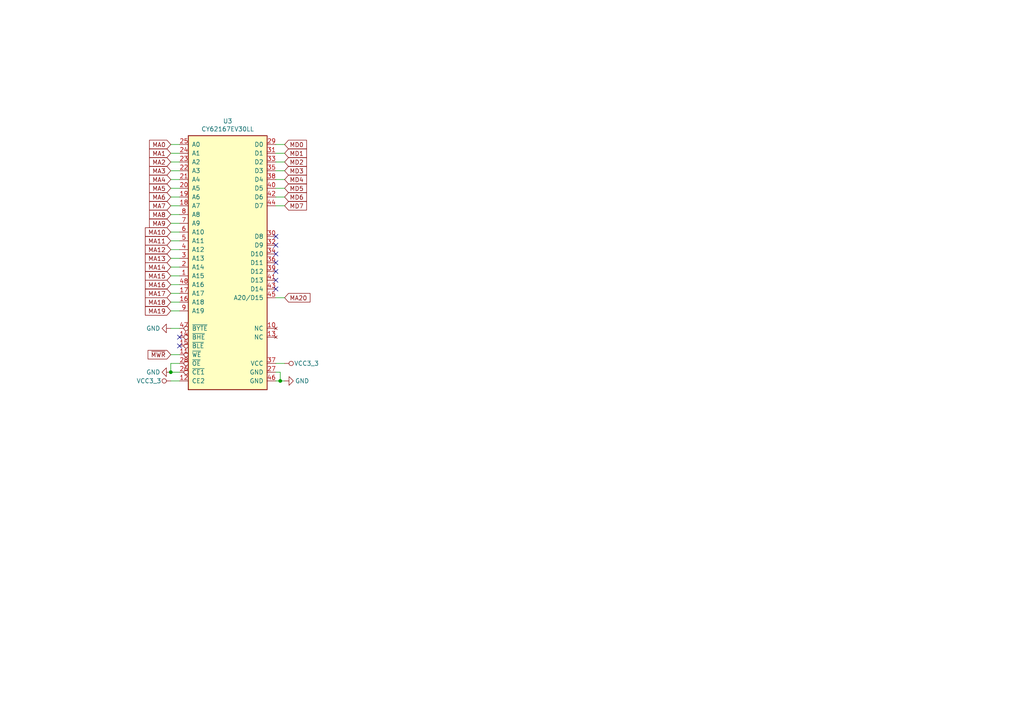
<source format=kicad_sch>
(kicad_sch (version 20250114) (generator "eeschema") (generator_version "9.0")
  (paper "A4")
  (title_block (title "Karabas Pro") (date "2025-10-10") (rev "F a3"))
  (lib_symbols
    (symbol "power:GND" (power) (pin_names (offset 0))
      (property "Value" "GND" (at 0 -3.81 0))
      (symbol "GND_0_1"
        (polyline (pts (xy 0 0) (xy 0 -1.27) (xy 1.27 -1.27) (xy 0 -2.54) (xy -1.27 -1.27) (xy 0 -1.27)))
      )
      (symbol "GND_1_1"
        (pin power_in line (at 0 0 270) (length 0) (hide yes) (name "GND") (number "1"))
      )
    )
    (symbol "retro:CY62167ELL" (pin_names (offset 1.016))
      (property "Reference" "U" (at -10.16 35.56 0))
      (property "Value" "CY62167ELL" (at 5.08 35.56 0))
      (symbol "CY62167ELL_0_1"
        (rectangle (start -11.43 34.29) (end 11.43 -39.37) (stroke (width 0.254)) (fill (type background)))
      )
      (symbol "CY62167ELL_1_1"
        (pin bidirectional line (at -13.97 31.75 0) (length 2.54) (name "A0") (number "25"))
        (pin bidirectional line (at -13.97 29.21 0) (length 2.54) (name "A1") (number "24"))
        (pin bidirectional line (at -13.97 26.67 0) (length 2.54) (name "A2") (number "23"))
        (pin bidirectional line (at -13.97 24.13 0) (length 2.54) (name "A3") (number "22"))
        (pin bidirectional line (at -13.97 21.59 0) (length 2.54) (name "A4") (number "21"))
        (pin bidirectional line (at -13.97 19.05 0) (length 2.54) (name "A5") (number "20"))
        (pin bidirectional line (at -13.97 16.51 0) (length 2.54) (name "A6") (number "19"))
        (pin bidirectional line (at -13.97 13.97 0) (length 2.54) (name "A7") (number "18"))
        (pin bidirectional line (at -13.97 11.43 0) (length 2.54) (name "A8") (number "8"))
        (pin bidirectional line (at -13.97 8.89 0) (length 2.54) (name "A9") (number "7"))
        (pin bidirectional line (at -13.97 6.35 0) (length 2.54) (name "A10") (number "6"))
        (pin bidirectional line (at -13.97 3.81 0) (length 2.54) (name "A11") (number "5"))
        (pin bidirectional line (at -13.97 1.27 0) (length 2.54) (name "A12") (number "4"))
        (pin bidirectional line (at -13.97 -1.27 0) (length 2.54) (name "A13") (number "3"))
        (pin bidirectional line (at -13.97 -3.81 0) (length 2.54) (name "A14") (number "2"))
        (pin bidirectional line (at -13.97 -6.35 0) (length 2.54) (name "A15") (number "1"))
        (pin bidirectional line (at -13.97 -8.89 0) (length 2.54) (name "A16") (number "48"))
        (pin bidirectional line (at -13.97 -11.43 0) (length 2.54) (name "A17") (number "17"))
        (pin bidirectional line (at -13.97 -13.97 0) (length 2.54) (name "A18") (number "16"))
        (pin bidirectional line (at -13.97 -16.51 0) (length 2.54) (name "A19") (number "9"))
        (pin input inverted (at -13.97 -21.59 0) (length 2.54) (name "~{BYTE}") (number "47"))
        (pin input inverted (at -13.97 -24.13 0) (length 2.54) (name "~{BHE}") (number "14"))
        (pin input inverted (at -13.97 -26.67 0) (length 2.54) (name "~{BLE}") (number "15"))
        (pin input inverted (at -13.97 -29.21 0) (length 2.54) (name "~{WE}") (number "11"))
        (pin input inverted (at -13.97 -31.75 0) (length 2.54) (name "~{OE}") (number "28"))
        (pin input inverted (at -13.97 -34.29 0) (length 2.54) (name "~{CE1}") (number "26"))
        (pin input line (at -13.97 -36.83 0) (length 2.54) (name "CE2") (number "12"))
        (pin bidirectional line (at 13.97 31.75 180) (length 2.54) (name "D0") (number "29"))
        (pin bidirectional line (at 13.97 29.21 180) (length 2.54) (name "D1") (number "31"))
        (pin bidirectional line (at 13.97 26.67 180) (length 2.54) (name "D2") (number "33"))
        (pin bidirectional line (at 13.97 24.13 180) (length 2.54) (name "D3") (number "35"))
        (pin bidirectional line (at 13.97 21.59 180) (length 2.54) (name "D4") (number "38"))
        (pin bidirectional line (at 13.97 19.05 180) (length 2.54) (name "D5") (number "40"))
        (pin bidirectional line (at 13.97 16.51 180) (length 2.54) (name "D6") (number "42"))
        (pin bidirectional line (at 13.97 13.97 180) (length 2.54) (name "D7") (number "44"))
        (pin bidirectional line (at 13.97 5.08 180) (length 2.54) (name "D8") (number "30"))
        (pin bidirectional line (at 13.97 2.54 180) (length 2.54) (name "D9") (number "32"))
        (pin bidirectional line (at 13.97 0 180) (length 2.54) (name "D10") (number "34"))
        (pin bidirectional line (at 13.97 -2.54 180) (length 2.54) (name "D11") (number "36"))
        (pin bidirectional line (at 13.97 -5.08 180) (length 2.54) (name "D12") (number "39"))
        (pin bidirectional line (at 13.97 -7.62 180) (length 2.54) (name "D13") (number "41"))
        (pin bidirectional line (at 13.97 -10.16 180) (length 2.54) (name "D14") (number "43"))
        (pin bidirectional line (at 13.97 -12.7 180) (length 2.54) (name "A20/D15") (number "45"))
        (pin no_connect line (at 13.97 -21.59 180) (length 2.54) (name "NC") (number "10"))
        (pin no_connect line (at 13.97 -24.13 180) (length 2.54) (name "NC") (number "13"))
        (pin power_in line (at 13.97 -31.75 180) (length 2.54) (name "VCC") (number "37"))
        (pin power_in line (at 13.97 -34.29 180) (length 2.54) (name "GND") (number "27"))
        (pin power_in line (at 13.97 -36.83 180) (length 2.54) (name "GND") (number "46"))
      )
    )
    (symbol "vcc33:VCC3_3" (power) (pin_names (offset 0))
      (property "Value" "VCC3_3" (at 0 3.81 0))
      (symbol "VCC3_3_0_1"
        (circle (center 0 1.905) (radius 0.635))
        (polyline (pts (xy 0 0) (xy 0 1.27)))
      )
      (symbol "VCC3_3_1_1"
        (pin power_in line (at 0 0 90) (length 0) (hide yes) (name "VCC3_3") (number "1"))
      )
    )
  )
  (junction (at 81.28 110.49))
  (junction (at 49.53 107.95))
  (no_connect (at 80.01 73.66))
  (no_connect (at 80.01 76.2))
  (no_connect (at 80.01 78.74))
  (no_connect (at 52.07 100.33))
  (no_connect (at 80.01 81.28))
  (no_connect (at 80.01 71.12))
  (no_connect (at 80.01 68.58))
  (no_connect (at 80.01 83.82))
  (no_connect (at 52.07 97.79))
  (wire (pts (xy 80.01 46.99) (xy 82.55 46.99)))
  (wire (pts (xy 49.53 87.63) (xy 52.07 87.63)))
  (wire (pts (xy 80.01 57.15) (xy 82.55 57.15)))
  (wire (pts (xy 52.07 69.85) (xy 49.53 69.85)))
  (wire (pts (xy 81.28 107.95) (xy 80.01 107.95)))
  (wire (pts (xy 49.53 110.49) (xy 52.07 110.49)))
  (wire (pts (xy 49.53 52.07) (xy 52.07 52.07)))
  (wire (pts (xy 49.53 82.55) (xy 52.07 82.55)))
  (wire (pts (xy 80.01 52.07) (xy 82.55 52.07)))
  (wire (pts (xy 49.53 41.91) (xy 52.07 41.91)))
  (wire (pts (xy 80.01 41.91) (xy 82.55 41.91)))
  (wire (pts (xy 49.53 57.15) (xy 52.07 57.15)))
  (wire (pts (xy 52.07 80.01) (xy 49.53 80.01)))
  (wire (pts (xy 80.01 86.36) (xy 82.55 86.36)))
  (wire (pts (xy 49.53 46.99) (xy 52.07 46.99)))
  (wire (pts (xy 49.53 105.41) (xy 52.07 105.41)))
  (wire (pts (xy 52.07 90.17) (xy 49.53 90.17)))
  (wire (pts (xy 52.07 59.69) (xy 49.53 59.69)))
  (wire (pts (xy 52.07 85.09) (xy 49.53 85.09)))
  (wire (pts (xy 49.53 105.41) (xy 49.53 107.95)))
  (wire (pts (xy 52.07 107.95) (xy 49.53 107.95)))
  (wire (pts (xy 52.07 102.87) (xy 49.53 102.87)))
  (wire (pts (xy 49.53 62.23) (xy 52.07 62.23)))
  (wire (pts (xy 49.53 72.39) (xy 52.07 72.39)))
  (wire (pts (xy 82.55 54.61) (xy 80.01 54.61)))
  (wire (pts (xy 52.07 64.77) (xy 49.53 64.77)))
  (wire (pts (xy 52.07 54.61) (xy 49.53 54.61)))
  (wire (pts (xy 52.07 49.53) (xy 49.53 49.53)))
  (wire (pts (xy 81.28 107.95) (xy 81.28 110.49)))
  (wire (pts (xy 49.53 77.47) (xy 52.07 77.47)))
  (wire (pts (xy 49.53 95.25) (xy 52.07 95.25)))
  (wire (pts (xy 82.55 49.53) (xy 80.01 49.53)))
  (wire (pts (xy 81.28 110.49) (xy 82.55 110.49)))
  (wire (pts (xy 52.07 44.45) (xy 49.53 44.45)))
  (wire (pts (xy 52.07 74.93) (xy 49.53 74.93)))
  (wire (pts (xy 49.53 67.31) (xy 52.07 67.31)))
  (wire (pts (xy 82.55 59.69) (xy 80.01 59.69)))
  (wire (pts (xy 80.01 105.41) (xy 82.55 105.41)))
  (wire (pts (xy 82.55 44.45) (xy 80.01 44.45)))
  (wire (pts (xy 80.01 110.49) (xy 81.28 110.49)))
  (global_label "MA17" (shape input) (at 49.53 85.09 180) (property "Intersheetrefs" "${INTERSHEET_REFS}" (effects (hide yes))))
  (global_label "MD7" (shape input) (at 82.55 59.69 0) (property "Intersheetrefs" "${INTERSHEET_REFS}" (effects (hide yes))))
  (global_label "~{MWR}" (shape input) (at 49.53 102.87 180) (property "Intersheetrefs" "${INTERSHEET_REFS}" (effects (hide yes))))
  (global_label "MA12" (shape input) (at 49.53 72.39 180) (property "Intersheetrefs" "${INTERSHEET_REFS}" (effects (hide yes))))
  (global_label "MA16" (shape input) (at 49.53 82.55 180) (property "Intersheetrefs" "${INTERSHEET_REFS}" (effects (hide yes))))
  (global_label "MA20" (shape input) (at 82.55 86.36 0) (property "Intersheetrefs" "${INTERSHEET_REFS}" (effects (hide yes))))
  (global_label "MA3" (shape input) (at 49.53 49.53 180) (property "Intersheetrefs" "${INTERSHEET_REFS}" (effects (hide yes))))
  (global_label "MD0" (shape input) (at 82.55 41.91 0) (property "Intersheetrefs" "${INTERSHEET_REFS}" (effects (hide yes))))
  (global_label "MA14" (shape input) (at 49.53 77.47 180) (property "Intersheetrefs" "${INTERSHEET_REFS}" (effects (hide yes))))
  (global_label "MA18" (shape input) (at 49.53 87.63 180) (property "Intersheetrefs" "${INTERSHEET_REFS}" (effects (hide yes))))
  (global_label "MA11" (shape input) (at 49.53 69.85 180) (property "Intersheetrefs" "${INTERSHEET_REFS}" (effects (hide yes))))
  (global_label "MA2" (shape input) (at 49.53 46.99 180) (property "Intersheetrefs" "${INTERSHEET_REFS}" (effects (hide yes))))
  (global_label "MD1" (shape input) (at 82.55 44.45 0) (property "Intersheetrefs" "${INTERSHEET_REFS}" (effects (hide yes))))
  (global_label "MA15" (shape input) (at 49.53 80.01 180) (property "Intersheetrefs" "${INTERSHEET_REFS}" (effects (hide yes))))
  (global_label "MD3" (shape input) (at 82.55 49.53 0) (property "Intersheetrefs" "${INTERSHEET_REFS}" (effects (hide yes))))
  (global_label "MA10" (shape input) (at 49.53 67.31 180) (property "Intersheetrefs" "${INTERSHEET_REFS}" (effects (hide yes))))
  (global_label "MA0" (shape input) (at 49.53 41.91 180) (property "Intersheetrefs" "${INTERSHEET_REFS}" (effects (hide yes))))
  (global_label "MA4" (shape input) (at 49.53 52.07 180) (property "Intersheetrefs" "${INTERSHEET_REFS}" (effects (hide yes))))
  (global_label "MD2" (shape input) (at 82.55 46.99 0) (property "Intersheetrefs" "${INTERSHEET_REFS}" (effects (hide yes))))
  (global_label "MA8" (shape input) (at 49.53 62.23 180) (property "Intersheetrefs" "${INTERSHEET_REFS}" (effects (hide yes))))
  (global_label "MA13" (shape input) (at 49.53 74.93 180) (property "Intersheetrefs" "${INTERSHEET_REFS}" (effects (hide yes))))
  (global_label "MA5" (shape input) (at 49.53 54.61 180) (property "Intersheetrefs" "${INTERSHEET_REFS}" (effects (hide yes))))
  (global_label "MA7" (shape input) (at 49.53 59.69 180) (property "Intersheetrefs" "${INTERSHEET_REFS}" (effects (hide yes))))
  (global_label "MD6" (shape input) (at 82.55 57.15 0) (property "Intersheetrefs" "${INTERSHEET_REFS}" (effects (hide yes))))
  (global_label "MD4" (shape input) (at 82.55 52.07 0) (property "Intersheetrefs" "${INTERSHEET_REFS}" (effects (hide yes))))
  (global_label "MA6" (shape input) (at 49.53 57.15 180) (property "Intersheetrefs" "${INTERSHEET_REFS}" (effects (hide yes))))
  (global_label "MD5" (shape input) (at 82.55 54.61 0) (property "Intersheetrefs" "${INTERSHEET_REFS}" (effects (hide yes))))
  (global_label "MA19" (shape input) (at 49.53 90.17 180) (property "Intersheetrefs" "${INTERSHEET_REFS}" (effects (hide yes))))
  (global_label "MA1" (shape input) (at 49.53 44.45 180) (property "Intersheetrefs" "${INTERSHEET_REFS}" (effects (hide yes))))
  (global_label "MA9" (shape input) (at 49.53 64.77 180) (property "Intersheetrefs" "${INTERSHEET_REFS}" (effects (hide yes))))
  (symbol (lib_id "retro:CY62167ELL") (at 66.04 73.66 0) (unit 1)
    (property "Reference" "U3" (at 66.04 35.1282 0))
    (property "Value" "CY62167EV30LL" (at 66.04 37.4396 0))
    (property "Footprint" "Package_SO:TSOP-I-48_18.4x12mm_P0.5mm" (effects (hide yes)))
  )
  (symbol (lib_id "vcc33:VCC3_3") (at 49.53 110.49 90) (mirror x) (unit 1)
    (property "Reference" "#PWR026" (effects (hide yes)))
    (property "Value" "VCC3_3" (at 43.18 110.49 90))
  )
  (symbol (lib_id "vcc33:VCC3_3") (at 82.55 105.41 270) (unit 1)
    (property "Reference" "#PWR027" (effects (hide yes)))
    (property "Value" "VCC3_3" (at 88.9 105.41 90))
  )
  (symbol (lib_id "power:GND") (at 82.55 110.49 90) (unit 1)
    (property "Reference" "#PWR028" (effects (hide yes)))
    (property "Value" "GND" (at 87.63 110.49 90))
  )
  (symbol (lib_id "power:GND") (at 49.53 95.25 270) (mirror x) (unit 1)
    (property "Reference" "#PWR024" (effects (hide yes)))
    (property "Value" "GND" (at 44.45 95.25 90))
  )
  (symbol (lib_id "power:GND") (at 49.53 107.95 270) (mirror x) (unit 1)
    (property "Reference" "#PWR025" (effects (hide yes)))
    (property "Value" "GND" (at 44.45 107.95 90))
  )
)
</source>
